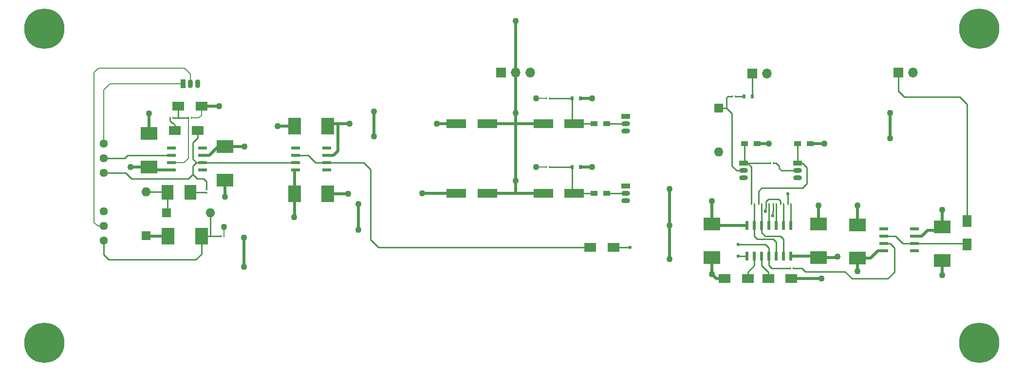
<source format=gtl>
G04 #@! TF.FileFunction,Copper,L1,Top,Signal*
%FSLAX46Y46*%
G04 Gerber Fmt 4.6, Leading zero omitted, Abs format (unit mm)*
G04 Created by KiCad (PCBNEW 4.0.6-e0-6349~53~ubuntu14.04.1) date Thu Jul  6 11:00:55 2017*
%MOMM*%
%LPD*%
G01*
G04 APERTURE LIST*
%ADD10C,0.100000*%
%ADD11C,7.000000*%
%ADD12R,3.500000X1.600000*%
%ADD13R,2.000000X1.600000*%
%ADD14R,3.000000X2.200000*%
%ADD15R,2.200000X3.000000*%
%ADD16R,2.000000X2.500000*%
%ADD17R,1.600000X2.000000*%
%ADD18R,1.600000X1.600000*%
%ADD19O,1.600000X1.600000*%
%ADD20R,0.600000X0.700000*%
%ADD21R,1.700000X1.700000*%
%ADD22O,1.700000X1.700000*%
%ADD23O,0.900000X1.500000*%
%ADD24R,0.900000X1.500000*%
%ADD25O,1.500000X0.900000*%
%ADD26R,1.500000X0.900000*%
%ADD27R,0.280000X0.430000*%
%ADD28R,0.430000X0.280000*%
%ADD29R,1.200000X0.900000*%
%ADD30C,1.440000*%
%ADD31R,1.550000X0.600000*%
%ADD32R,0.600000X1.500000*%
%ADD33C,1.100000*%
%ADD34C,0.600000*%
%ADD35C,0.500000*%
%ADD36C,0.200000*%
%ADD37C,0.250000*%
G04 APERTURE END LIST*
D10*
D11*
X226060000Y-71120000D03*
X226060000Y-125730000D03*
X63500000Y-125730000D03*
X63500000Y-71120000D03*
D12*
X135095000Y-87630000D03*
X140495000Y-87630000D03*
X140495000Y-99695000D03*
X135095000Y-99695000D03*
D13*
X90138000Y-88773000D03*
X86138000Y-88773000D03*
D14*
X94869000Y-91588000D03*
X94869000Y-97388000D03*
D15*
X112755000Y-88011000D03*
X106955000Y-88011000D03*
D13*
X158401000Y-109093000D03*
X162401000Y-109093000D03*
D14*
X81661000Y-95102000D03*
X81661000Y-89302000D03*
D13*
X86773000Y-84582000D03*
X90773000Y-84582000D03*
D15*
X106955000Y-99822000D03*
X112755000Y-99822000D03*
D16*
X88868000Y-99568000D03*
X84868000Y-99568000D03*
D15*
X90784000Y-107188000D03*
X84984000Y-107188000D03*
D12*
X155608000Y-87630000D03*
X150208000Y-87630000D03*
X150208000Y-99695000D03*
X155608000Y-99695000D03*
D14*
X198120000Y-105050000D03*
X198120000Y-110850000D03*
X219583000Y-105558000D03*
X219583000Y-111358000D03*
D17*
X223901000Y-108553000D03*
X223901000Y-104553000D03*
D14*
X204851000Y-110977000D03*
X204851000Y-105177000D03*
X179578000Y-110850000D03*
X179578000Y-105050000D03*
D13*
X185769000Y-114554000D03*
X181769000Y-114554000D03*
X189325500Y-114554000D03*
X193325500Y-114554000D03*
D18*
X84709000Y-103124000D03*
D19*
X92329000Y-103124000D03*
D18*
X81153000Y-107061000D03*
D19*
X81153000Y-99441000D03*
D20*
X156656000Y-83185000D03*
X155256000Y-83185000D03*
X185164500Y-82867500D03*
X186564500Y-82867500D03*
D18*
X180721000Y-84899500D03*
D19*
X180721000Y-92519500D03*
D20*
X155256000Y-95123000D03*
X156656000Y-95123000D03*
D21*
X142875000Y-78740000D03*
D22*
X145415000Y-78740000D03*
X147955000Y-78740000D03*
D21*
X186563000Y-78867000D03*
D22*
X189103000Y-78867000D03*
D21*
X211963000Y-78740000D03*
D22*
X214503000Y-78740000D03*
D23*
X88900000Y-80645000D03*
X90170000Y-80645000D03*
D24*
X87630000Y-80645000D03*
D25*
X164592000Y-87630000D03*
X164592000Y-88900000D03*
D26*
X164592000Y-86360000D03*
D25*
X185039000Y-95758000D03*
X185039000Y-97028000D03*
D26*
X185039000Y-94488000D03*
D25*
X194437000Y-95758000D03*
X194437000Y-97028000D03*
D26*
X194437000Y-94488000D03*
D25*
X164592000Y-99695000D03*
X164592000Y-100965000D03*
D26*
X164592000Y-98425000D03*
D27*
X85338000Y-86614000D03*
X85858000Y-86614000D03*
D28*
X91694000Y-99054000D03*
X91694000Y-99574000D03*
D27*
X88513000Y-86614000D03*
X89033000Y-86614000D03*
X94748000Y-107188000D03*
X94228000Y-107188000D03*
X150743000Y-83185000D03*
X151263000Y-83185000D03*
D29*
X159047000Y-87630000D03*
X161247000Y-87630000D03*
X187409000Y-91059000D03*
X185209000Y-91059000D03*
X196680000Y-91059000D03*
X194480000Y-91059000D03*
D27*
X183648000Y-82867500D03*
X183128000Y-82867500D03*
X189732000Y-94488000D03*
X190252000Y-94488000D03*
D29*
X159047000Y-99695000D03*
X161247000Y-99695000D03*
D27*
X151263000Y-95123000D03*
X150743000Y-95123000D03*
X186430000Y-101600000D03*
X186950000Y-101600000D03*
X187700000Y-101600000D03*
X188220000Y-101600000D03*
X192780000Y-101600000D03*
X193300000Y-101600000D03*
X192030000Y-101600000D03*
X191510000Y-101600000D03*
X188970000Y-101600000D03*
X189490000Y-101600000D03*
X190760000Y-101600000D03*
X190240000Y-101600000D03*
X193161000Y-112712500D03*
X193681000Y-112712500D03*
D30*
X73787000Y-96139000D03*
X73787000Y-93599000D03*
X73787000Y-91059000D03*
X73787000Y-107950000D03*
X73787000Y-105410000D03*
X73787000Y-102870000D03*
D31*
X85565000Y-91821000D03*
X85565000Y-93091000D03*
X85565000Y-94361000D03*
X85565000Y-95631000D03*
X90965000Y-95631000D03*
X90965000Y-94361000D03*
X90965000Y-93091000D03*
X90965000Y-91821000D03*
X107155000Y-91821000D03*
X107155000Y-93091000D03*
X107155000Y-94361000D03*
X107155000Y-95631000D03*
X112555000Y-95631000D03*
X112555000Y-94361000D03*
X112555000Y-93091000D03*
X112555000Y-91821000D03*
D32*
X193294000Y-105250000D03*
X192024000Y-105250000D03*
X190754000Y-105250000D03*
X189484000Y-105250000D03*
X188214000Y-105250000D03*
X186944000Y-105250000D03*
X185674000Y-105250000D03*
X185674000Y-110650000D03*
X186944000Y-110650000D03*
X188214000Y-110650000D03*
X189484000Y-110650000D03*
X190754000Y-110650000D03*
X192024000Y-110650000D03*
X193294000Y-110650000D03*
D31*
X209390000Y-105918000D03*
X209390000Y-107188000D03*
X209390000Y-108458000D03*
X209390000Y-109728000D03*
X214790000Y-109728000D03*
X214790000Y-108458000D03*
X214790000Y-107188000D03*
X214790000Y-105918000D03*
D33*
X120777000Y-89789000D03*
X120777000Y-85471000D03*
X118110000Y-101600000D03*
X118110000Y-106045000D03*
X98171000Y-107442000D03*
X98171000Y-112522000D03*
X210566000Y-85725000D03*
X210566000Y-90170000D03*
X172212000Y-105283000D03*
X172212000Y-98933000D03*
X172212000Y-111125000D03*
X219583000Y-102616000D03*
X98298000Y-91567000D03*
X116586000Y-87630000D03*
X148971000Y-83185000D03*
X131699000Y-87630000D03*
X145415000Y-69723000D03*
X145415000Y-97536000D03*
X145415000Y-85725000D03*
X219583000Y-113919000D03*
X204851000Y-101854000D03*
X198120000Y-101854000D03*
X198564500Y-114554000D03*
X179578000Y-113792000D03*
X158750000Y-95123000D03*
X158750000Y-83185000D03*
X116332000Y-99822000D03*
X104013000Y-88011000D03*
X81661000Y-85852000D03*
X93853000Y-84582000D03*
X94742000Y-105537000D03*
X94869000Y-100330000D03*
X204851000Y-113220500D03*
X78486000Y-95123000D03*
X106934000Y-103886000D03*
X148971000Y-95123000D03*
X129159000Y-99695000D03*
D34*
X192786000Y-99822000D03*
X165354000Y-109093000D03*
D33*
X201422000Y-110744000D03*
X199136000Y-91059000D03*
X189484000Y-91059000D03*
X179578000Y-101092000D03*
D34*
X188849000Y-102870000D03*
X184150000Y-110617000D03*
X184150000Y-108585000D03*
X190119000Y-103632000D03*
D35*
X120777000Y-89789000D02*
X120777000Y-85471000D01*
X118110000Y-101600000D02*
X118110000Y-106045000D01*
X98171000Y-107442000D02*
X98171000Y-112522000D01*
X210566000Y-85725000D02*
X210566000Y-90170000D01*
X172212000Y-111125000D02*
X172212000Y-105283000D01*
X172212000Y-105283000D02*
X172212000Y-98933000D01*
X219583000Y-102616000D02*
X219583000Y-105558000D01*
X214790000Y-107188000D02*
X216027000Y-107188000D01*
X217043000Y-106172000D02*
X218969000Y-106172000D01*
X216027000Y-107188000D02*
X217043000Y-106172000D01*
X218969000Y-106172000D02*
X219583000Y-105558000D01*
X94869000Y-91588000D02*
X98277000Y-91588000D01*
X98277000Y-91588000D02*
X98298000Y-91567000D01*
X90965000Y-93091000D02*
X92202000Y-93091000D01*
X92202000Y-93091000D02*
X93705000Y-91588000D01*
X93705000Y-91588000D02*
X94869000Y-91588000D01*
X116586000Y-87630000D02*
X114554000Y-87630000D01*
X112555000Y-93091000D02*
X113792000Y-93091000D01*
X114554000Y-92329000D02*
X114554000Y-87630000D01*
X113792000Y-93091000D02*
X114554000Y-92329000D01*
X114554000Y-87630000D02*
X113136000Y-87630000D01*
X113136000Y-87630000D02*
X112755000Y-88011000D01*
D36*
X150743000Y-83185000D02*
X148971000Y-83185000D01*
D35*
X131699000Y-87630000D02*
X135095000Y-87630000D01*
X145415000Y-78740000D02*
X145415000Y-69723000D01*
X145415000Y-97536000D02*
X145415000Y-97282000D01*
X145415000Y-97282000D02*
X145288000Y-97282000D01*
X145288000Y-97282000D02*
X145415000Y-97282000D01*
X145415000Y-78740000D02*
X145415000Y-85725000D01*
X145415000Y-85725000D02*
X145415000Y-87630000D01*
X219583000Y-111358000D02*
X219583000Y-113919000D01*
X204851000Y-105177000D02*
X204851000Y-101854000D01*
X198120000Y-105050000D02*
X198120000Y-101854000D01*
X193325500Y-114554000D02*
X198564500Y-114554000D01*
X179578000Y-110850000D02*
X179578000Y-113792000D01*
X180340000Y-114554000D02*
X181769000Y-114554000D01*
X179578000Y-113792000D02*
X180340000Y-114554000D01*
X156656000Y-95123000D02*
X158750000Y-95123000D01*
X156656000Y-83185000D02*
X158750000Y-83185000D01*
X145415000Y-87630000D02*
X145415000Y-97282000D01*
X145415000Y-97282000D02*
X145415000Y-99568000D01*
X145415000Y-99568000D02*
X145288000Y-99695000D01*
X140495000Y-99695000D02*
X145288000Y-99695000D01*
X145288000Y-99695000D02*
X150208000Y-99695000D01*
X140495000Y-87630000D02*
X145415000Y-87630000D01*
X145415000Y-87630000D02*
X150208000Y-87630000D01*
X84984000Y-107188000D02*
X81280000Y-107188000D01*
X81280000Y-107188000D02*
X81153000Y-107061000D01*
X112755000Y-99822000D02*
X116332000Y-99822000D01*
X106955000Y-88011000D02*
X104013000Y-88011000D01*
X81661000Y-89302000D02*
X81661000Y-85852000D01*
X90773000Y-84582000D02*
X93853000Y-84582000D01*
D36*
X94748000Y-107188000D02*
X94748000Y-105543000D01*
X94748000Y-105543000D02*
X94742000Y-105537000D01*
D35*
X94869000Y-97388000D02*
X94869000Y-100330000D01*
D36*
X94748000Y-97509000D02*
X94869000Y-97388000D01*
X90170000Y-83979000D02*
X90773000Y-84582000D01*
X89033000Y-86614000D02*
X90297000Y-86614000D01*
X90773000Y-86138000D02*
X90773000Y-84582000D01*
X90297000Y-86614000D02*
X90773000Y-86138000D01*
D35*
X204851000Y-113220500D02*
X204851000Y-110977000D01*
X209390000Y-109728000D02*
X208407000Y-109728000D01*
X208407000Y-109728000D02*
X207158000Y-110977000D01*
X207158000Y-110977000D02*
X204851000Y-110977000D01*
X81661000Y-95102000D02*
X78507000Y-95102000D01*
X78507000Y-95102000D02*
X78486000Y-95123000D01*
X85565000Y-95631000D02*
X82190000Y-95631000D01*
X82190000Y-95631000D02*
X81661000Y-95102000D01*
X106955000Y-103865000D02*
X106955000Y-99822000D01*
X106934000Y-103886000D02*
X106955000Y-103865000D01*
X106955000Y-99822000D02*
X106955000Y-95831000D01*
D36*
X106955000Y-95831000D02*
X107155000Y-95631000D01*
X150743000Y-95123000D02*
X148971000Y-95123000D01*
D35*
X129159000Y-99695000D02*
X135095000Y-99695000D01*
D37*
X90965000Y-94361000D02*
X89916000Y-94361000D01*
X89916000Y-94361000D02*
X89281000Y-93726000D01*
X90138000Y-90075000D02*
X90138000Y-88773000D01*
X89281000Y-90932000D02*
X90138000Y-90075000D01*
X89281000Y-93726000D02*
X89281000Y-90932000D01*
X91694000Y-99054000D02*
X91694000Y-97663000D01*
X90043000Y-97155000D02*
X89281000Y-96393000D01*
X91186000Y-97155000D02*
X90043000Y-97155000D01*
X91694000Y-97663000D02*
X91186000Y-97155000D01*
X73787000Y-96139000D02*
X77597000Y-96139000D01*
X89281000Y-94996000D02*
X89916000Y-94361000D01*
X89281000Y-96393000D02*
X89281000Y-94996000D01*
X88519000Y-97155000D02*
X89281000Y-96393000D01*
X78613000Y-97155000D02*
X88519000Y-97155000D01*
X77597000Y-96139000D02*
X78613000Y-97155000D01*
X107155000Y-94361000D02*
X90965000Y-94361000D01*
X85338000Y-86614000D02*
X85338000Y-87116000D01*
X86138000Y-87789000D02*
X86138000Y-88773000D01*
X85852000Y-87503000D02*
X86138000Y-87789000D01*
X85725000Y-87503000D02*
X85852000Y-87503000D01*
X85338000Y-87116000D02*
X85725000Y-87503000D01*
X112555000Y-94361000D02*
X118999000Y-94361000D01*
X121539000Y-109093000D02*
X158401000Y-109093000D01*
X120205500Y-107759500D02*
X121539000Y-109093000D01*
X120205500Y-95567500D02*
X120205500Y-107759500D01*
X118999000Y-94361000D02*
X120205500Y-95567500D01*
X112555000Y-94361000D02*
X110617000Y-94361000D01*
X109347000Y-93091000D02*
X107155000Y-93091000D01*
X110617000Y-94361000D02*
X109347000Y-93091000D01*
X162401000Y-109093000D02*
X165354000Y-109093000D01*
X192780000Y-99828000D02*
X192780000Y-101600000D01*
X192786000Y-99822000D02*
X192780000Y-99828000D01*
X86773000Y-84582000D02*
X86773000Y-86614000D01*
X86773000Y-86614000D02*
X86741000Y-86614000D01*
X85858000Y-86614000D02*
X86741000Y-86614000D01*
X86741000Y-86614000D02*
X87376000Y-86614000D01*
D36*
X85565000Y-94361000D02*
X87757000Y-94361000D01*
X88513000Y-93605000D02*
X88513000Y-86614000D01*
X87757000Y-94361000D02*
X88513000Y-93605000D01*
D37*
X88513000Y-86614000D02*
X87376000Y-86614000D01*
X88868000Y-99568000D02*
X91688000Y-99568000D01*
X91688000Y-99568000D02*
X91694000Y-99574000D01*
X84868000Y-99568000D02*
X84868000Y-102965000D01*
X84868000Y-102965000D02*
X84709000Y-103124000D01*
X81153000Y-99441000D02*
X84741000Y-99441000D01*
X84741000Y-99441000D02*
X84868000Y-99568000D01*
X94228000Y-107188000D02*
X92329000Y-107188000D01*
X92329000Y-103124000D02*
X92329000Y-107188000D01*
X92329000Y-107188000D02*
X90784000Y-107188000D01*
X73787000Y-107950000D02*
X73787000Y-110363000D01*
X90784000Y-110257000D02*
X90784000Y-107188000D01*
X89789000Y-111252000D02*
X90784000Y-110257000D01*
X74676000Y-111252000D02*
X89789000Y-111252000D01*
X73787000Y-110363000D02*
X74676000Y-111252000D01*
X151263000Y-83185000D02*
X155256000Y-83185000D01*
X155256000Y-83185000D02*
X155256000Y-87278000D01*
X155256000Y-87278000D02*
X155608000Y-87630000D01*
X155608000Y-87630000D02*
X159047000Y-87630000D01*
X155256000Y-87278000D02*
X155608000Y-87630000D01*
X155256000Y-95123000D02*
X155256000Y-99343000D01*
X155256000Y-99343000D02*
X155608000Y-99695000D01*
X151263000Y-95123000D02*
X155256000Y-95123000D01*
X155608000Y-99695000D02*
X159047000Y-99695000D01*
X155256000Y-99343000D02*
X155608000Y-99695000D01*
D35*
X201316000Y-110850000D02*
X198120000Y-110850000D01*
X201422000Y-110744000D02*
X201316000Y-110850000D01*
X196680000Y-91059000D02*
X199136000Y-91059000D01*
X193294000Y-110650000D02*
X197920000Y-110650000D01*
X197920000Y-110650000D02*
X198120000Y-110850000D01*
X187409000Y-91059000D02*
X189484000Y-91059000D01*
D37*
X209390000Y-107188000D02*
X211455000Y-107188000D01*
X212725000Y-108458000D02*
X214790000Y-108458000D01*
X211455000Y-107188000D02*
X212725000Y-108458000D01*
X214790000Y-108458000D02*
X223806000Y-108458000D01*
X223806000Y-108458000D02*
X223901000Y-108553000D01*
X223901000Y-104553000D02*
X223901000Y-84201000D01*
X211963000Y-81915000D02*
X211963000Y-78740000D01*
X212979000Y-82931000D02*
X211963000Y-81915000D01*
X222631000Y-82931000D02*
X212979000Y-82931000D01*
X223901000Y-84201000D02*
X222631000Y-82931000D01*
D35*
X185674000Y-105250000D02*
X179778000Y-105250000D01*
X179778000Y-105250000D02*
X179578000Y-105050000D01*
X179778000Y-105250000D02*
X179578000Y-105050000D01*
X179578000Y-101092000D02*
X179578000Y-105050000D01*
D37*
X186944000Y-110650000D02*
X186944000Y-112268000D01*
X185769000Y-113443000D02*
X185769000Y-114554000D01*
X186944000Y-112268000D02*
X185769000Y-113443000D01*
X189325500Y-114554000D02*
X189325500Y-113379500D01*
X188214000Y-112268000D02*
X188214000Y-110650000D01*
X189325500Y-113379500D02*
X188214000Y-112268000D01*
X185164500Y-82867500D02*
X183648000Y-82867500D01*
X186564500Y-82867500D02*
X186564500Y-78868500D01*
X186564500Y-78868500D02*
X186563000Y-78867000D01*
X182308500Y-82867500D02*
X182118000Y-83058000D01*
X182118000Y-83058000D02*
X182118000Y-84899500D01*
X183128000Y-82867500D02*
X182308500Y-82867500D01*
X180721000Y-84899500D02*
X182118000Y-84899500D01*
X183832500Y-95758000D02*
X185039000Y-95758000D01*
X183007000Y-94932500D02*
X183832500Y-95758000D01*
X183007000Y-85788500D02*
X183007000Y-94932500D01*
X182118000Y-84899500D02*
X183007000Y-85788500D01*
D36*
X88900000Y-80645000D02*
X88900000Y-78994000D01*
X72771000Y-105410000D02*
X73787000Y-105410000D01*
X72136000Y-104775000D02*
X72771000Y-105410000D01*
X72136000Y-78740000D02*
X72136000Y-104775000D01*
X72898000Y-77978000D02*
X72136000Y-78740000D01*
X87884000Y-77978000D02*
X72898000Y-77978000D01*
X88900000Y-78994000D02*
X87884000Y-77978000D01*
X87630000Y-80645000D02*
X74930000Y-80645000D01*
X73787000Y-81788000D02*
X73787000Y-91059000D01*
X74930000Y-80645000D02*
X73787000Y-81788000D01*
D37*
X161247000Y-87630000D02*
X164592000Y-87630000D01*
X186430000Y-101600000D02*
X186430000Y-95117000D01*
X186430000Y-95117000D02*
X185801000Y-94488000D01*
X185039000Y-94488000D02*
X185801000Y-94488000D01*
X185801000Y-94488000D02*
X189732000Y-94488000D01*
X185209000Y-91059000D02*
X185209000Y-94318000D01*
X185209000Y-94318000D02*
X185039000Y-94488000D01*
X190252000Y-94488000D02*
X190754000Y-94488000D01*
X191643000Y-95758000D02*
X194437000Y-95758000D01*
X191262000Y-95377000D02*
X191643000Y-95758000D01*
X191262000Y-94996000D02*
X191262000Y-95377000D01*
X190754000Y-94488000D02*
X191262000Y-94996000D01*
X194437000Y-94488000D02*
X195326000Y-94488000D01*
X187700000Y-99320000D02*
X187700000Y-101600000D01*
X188214000Y-98806000D02*
X187700000Y-99320000D01*
X195326000Y-98806000D02*
X188214000Y-98806000D01*
X196088000Y-98044000D02*
X195326000Y-98806000D01*
X196088000Y-95250000D02*
X196088000Y-98044000D01*
X195326000Y-94488000D02*
X196088000Y-95250000D01*
X194480000Y-91059000D02*
X194480000Y-94445000D01*
X194480000Y-94445000D02*
X194437000Y-94488000D01*
X161247000Y-99695000D02*
X164592000Y-99695000D01*
X186950000Y-101600000D02*
X186950000Y-105244000D01*
X186950000Y-105244000D02*
X186944000Y-105250000D01*
X186944000Y-105250000D02*
X186944000Y-107188000D01*
X190754000Y-108204000D02*
X190754000Y-110650000D01*
X190246000Y-107696000D02*
X190754000Y-108204000D01*
X187452000Y-107696000D02*
X190246000Y-107696000D01*
X186944000Y-107188000D02*
X187452000Y-107696000D01*
X188220000Y-101600000D02*
X188220000Y-105244000D01*
X188220000Y-105244000D02*
X188214000Y-105250000D01*
X188214000Y-105250000D02*
X188214000Y-106553000D01*
X192024000Y-107696000D02*
X192024000Y-110650000D01*
X191516000Y-107188000D02*
X192024000Y-107696000D01*
X188849000Y-107188000D02*
X191516000Y-107188000D01*
X188214000Y-106553000D02*
X188849000Y-107188000D01*
X193300000Y-101600000D02*
X193300000Y-105244000D01*
X193300000Y-105244000D02*
X193294000Y-105250000D01*
X192030000Y-101600000D02*
X192030000Y-105244000D01*
X192030000Y-105244000D02*
X192024000Y-105250000D01*
X185641000Y-110617000D02*
X185039000Y-110617000D01*
X188970000Y-102241000D02*
X188849000Y-102362000D01*
X188849000Y-102362000D02*
X188849000Y-102870000D01*
X184150000Y-110617000D02*
X185039000Y-110617000D01*
X188970000Y-102241000D02*
X188970000Y-101600000D01*
X185641000Y-110617000D02*
X185674000Y-110650000D01*
X191510000Y-101600000D02*
X191510000Y-101086000D01*
X191510000Y-101086000D02*
X191135000Y-100711000D01*
X191135000Y-100711000D02*
X189357000Y-100711000D01*
X189357000Y-100711000D02*
X188970000Y-101098000D01*
X188970000Y-101098000D02*
X188970000Y-101600000D01*
X189490000Y-101600000D02*
X189490000Y-105244000D01*
X189490000Y-105244000D02*
X189484000Y-105250000D01*
X190760000Y-101600000D02*
X190760000Y-105244000D01*
X190760000Y-105244000D02*
X190754000Y-105250000D01*
X189484000Y-110650000D02*
X189484000Y-112268000D01*
X189928500Y-112712500D02*
X193161000Y-112712500D01*
X189484000Y-112268000D02*
X189928500Y-112712500D01*
X190240000Y-101600000D02*
X190240000Y-102749000D01*
X189484000Y-109220000D02*
X189484000Y-110650000D01*
X188849000Y-108585000D02*
X189484000Y-109220000D01*
X184150000Y-108585000D02*
X188849000Y-108585000D01*
X190119000Y-102870000D02*
X190119000Y-103632000D01*
X190240000Y-102749000D02*
X190119000Y-102870000D01*
X195834000Y-113347500D02*
X202692000Y-113347500D01*
X195199000Y-112712500D02*
X195834000Y-113347500D01*
X193681000Y-112712500D02*
X195199000Y-112712500D01*
X210566000Y-108458000D02*
X209390000Y-108458000D01*
X211264500Y-109156500D02*
X210566000Y-108458000D01*
X211264500Y-113411000D02*
X211264500Y-109156500D01*
X210121500Y-114554000D02*
X211264500Y-113411000D01*
X203898500Y-114554000D02*
X210121500Y-114554000D01*
X202692000Y-113347500D02*
X203898500Y-114554000D01*
X73787000Y-93599000D02*
X77470000Y-93599000D01*
X77978000Y-93091000D02*
X85565000Y-93091000D01*
X77470000Y-93599000D02*
X77978000Y-93091000D01*
M02*

</source>
